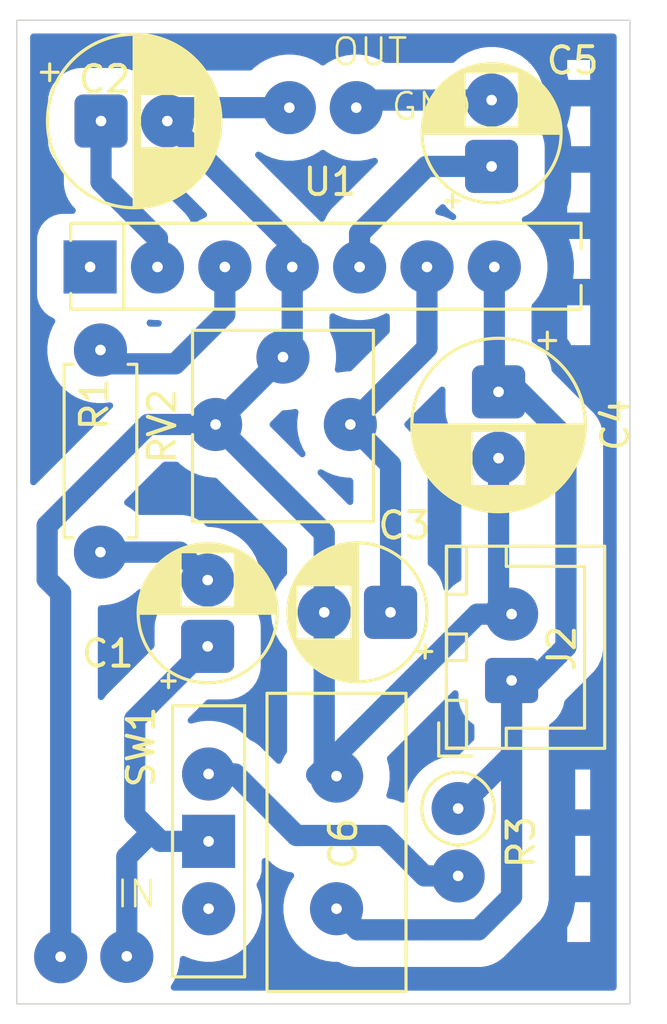
<source format=kicad_pcb>
(kicad_pcb (version 20241229) (generator "pcbnew") (generator_version "9.0")
  (layers (0 "F.Cu" signal) (2 "B.Cu" signal) (13 "F.Paste" user) (15 "B.Paste" user) (5 "F.SilkS" user "F.Silkscreen") (7 "B.SilkS" user "B.Silkscreen") (1 "F.Mask" user) (3 "B.Mask" user) (25 "Edge.Cuts" user))
  (net 0 "")
  (net 1 "Net-(C1-Pad2)")
  (net 2 "GND")
  (net 3 "Net-(U1-IN-)")
  (net 4 "Net-(U1-DETOUT)")
  (net 5 "VCC 4～14v")
  (net 6 "Net-(U1-OUT)")
  (net 7 "Net-(C5-Pad2)")
  (net 8 "Net-(U1-IN)")
  (net 9 "Net-(SW1-B)")
  (net 11 "Net-(SW1-A)")
  (footprint "Capacitor_THT:CP_Radial_D5.0mm_P2.50mm" (layer "F.Cu") (at 151.338816 88.121736 90)
    (property "Reference" "C1" (at -0.270264 -3.764816 180) (layer "F.SilkS"))
    (property "Value" "BP25v4.7u")
    (pad "1" thru_hole roundrect (at 0 0 90) (size 2 2) (drill 0.4) (layers "*.Cu" "*.Mask") (roundrect_rratio 0.15625) (net 11 "Net-(SW1-A)"))
    (pad "2" thru_hole circle (at 2.5 0 90) (size 2 2) (drill 0.4) (layers "*.Cu" "*.Mask") (net 1 "Net-(C1-Pad2)"))
  )
  (footprint "Potentiometer_THT:Potentiometer_Vishay_T73YP_Vertical" (layer "F.Cu") (at 156.718 79.756 90)
    (property "Reference" "RV2" (at -0.06 -7.09 90) (layer "F.SilkS"))
    (property "Value" "1M")
    (pad "1" thru_hole circle (at 0 0 90) (size 2 2) (drill 0.4) (layers "*.Cu" "*.Mask") (net 4 "Net-(U1-DETOUT)"))
    (pad "2" thru_hole circle (at 2.54 -2.54 90) (size 2 2) (drill 0.4) (layers "*.Cu" "*.Mask") (net 2 "GND"))
    (pad "3" thru_hole circle (at 0 -5.08 90) (size 2 2) (drill 0.4) (layers "*.Cu" "*.Mask") (net 2 "GND"))
  )
  (footprint "Capacitor_THT:C_Disc_D11.0mm_W5.0mm_P5.00mm" (layer "F.Cu") (at 156.196591 93.011027 -90)
    (property "Reference" "C6" (at 2.54 -0.254 90) (layer "F.SilkS"))
    (property "Value" "0.1u")
    (pad "1" thru_hole circle (at 0 0 270) (size 2 2) (drill 0.4) (layers "*.Cu" "*.Mask") (net 2 "GND"))
    (pad "2" thru_hole circle (at 5 0 270) (size 2 2) (drill 0.4) (layers "*.Cu" "*.Mask") (net 5 "VCC 4～14v"))
  )
  (footprint "Connector_JST:JST_XH_B2B-XH-A_1x02_P2.50mm_Vertical" (layer "F.Cu") (at 162.797736 89.405516 90)
    (property "Reference" "J2" (at 1.205577 1.890346 90) (layer "F.SilkS"))
    (property "Value" "Conn_01x02_Pin" (hide yes))
    (pad "1" thru_hole roundrect (at 0 0 90) (size 1.7 2) (drill 0.4) (layers "*.Cu" "*.Mask") (roundrect_rratio 0.147059) (net 5 "VCC 4～14v"))
    (pad "2" thru_hole oval (at 2.5 0 90) (size 2 2) (drill 0.4) (layers "*.Cu" "*.Mask") (net 2 "GND"))
  )
  (footprint "Capacitor_THT:CP_Radial_D6.3mm_P2.50mm" (layer "F.Cu") (at 147.318594 68.317314)
    (property "Reference" "C2" (at 0.135676 -1.570055 0) (layer "F.SilkS"))
    (property "Value" "25v47u")
    (pad "1" thru_hole roundrect (at 0 0) (size 2 2) (drill 0.4) (layers "*.Cu" "*.Mask") (roundrect_rratio 0.15625) (net 3 "Net-(U1-IN-)"))
    (pad "2" thru_hole circle (at 2.5 0) (size 2 2) (drill 0.4) (layers "*.Cu" "*.Mask") (net 2 "GND"))
  )
  (footprint "Button_Switch_THT:SW_Slide-03_Wuerth-WS-SLTV_10x2.5x6.4_P2.54mm" (layer "F.Cu") (at 151.373796 95.471027 -90)
    (property "Reference" "SW1" (at -3.556 2.54 90) (layer "F.SilkS"))
    (property "Value" "SW_SPST")
    (pad "1" thru_hole rect (at 0 0 270) (size 2 2) (drill 0.4) (layers "*.Cu" "*.Mask") (net 11 "Net-(SW1-A)"))
    (pad "2" thru_hole circle (at -2.54 0 270) (size 2 2) (drill 0.4) (layers "*.Cu" "*.Mask") (net 9 "Net-(SW1-B)"))
    (pad "3" thru_hole circle (at 2.54 0 270) (size 2 2) (drill 0.4) (layers "*.Cu" "*.Mask"))
  )
  (footprint "Capacitor_THT:CP_Radial_D5.0mm_P2.50mm" (layer "F.Cu") (at 158.233187 86.837957 180)
    (property "Reference" "C3" (at -0.516813 3.271957 0) (layer "F.SilkS"))
    (property "Value" "25v10u")
    (pad "1" thru_hole roundrect (at 0 0 180) (size 2 2) (drill 0.4) (layers "*.Cu" "*.Mask") (roundrect_rratio 0.15625) (net 4 "Net-(U1-DETOUT)"))
    (pad "2" thru_hole circle (at 2.5 0 180) (size 2 2) (drill 0.4) (layers "*.Cu" "*.Mask") (net 2 "GND"))
  )
  (footprint "Capacitor_THT:CP_Radial_D6.3mm_P2.50mm" (layer "F.Cu") (at 162.306 78.526 -90)
    (property "Reference" "C4" (at 1.25 -4.4 90) (layer "F.SilkS"))
    (property "Value" "25v47u")
    (pad "1" thru_hole roundrect (at 0 0 270) (size 2 2) (drill 0.4) (layers "*.Cu" "*.Mask") (roundrect_rratio 0.15625) (net 5 "VCC 4～14v"))
    (pad "2" thru_hole circle (at 2.5 0 270) (size 2 2) (drill 0.4) (layers "*.Cu" "*.Mask") (net 2 "GND"))
  )
  (footprint "Capacitor_THT:CP_Radial_D5.0mm_P2.50mm" (layer "F.Cu") (at 162.04382 70.027138 90)
    (property "Reference" "C5" (at 3.987138 3.05618 180) (layer "F.SilkS"))
    (property "Value" "25v10u")
    (pad "1" thru_hole roundrect (at 0 0 90) (size 2 2) (drill 0.4) (layers "*.Cu" "*.Mask") (roundrect_rratio 0.15625) (net 6 "Net-(U1-OUT)"))
    (pad "2" thru_hole circle (at 2.5 0 90) (size 2 2) (drill 0.4) (layers "*.Cu" "*.Mask") (net 7 "Net-(C5-Pad2)"))
  )
  (footprint "Resistor_THT:R_Axial_DIN0207_L6.3mm_D2.5mm_P7.62mm_Horizontal" (layer "F.Cu") (at 147.297288 76.9481 -90)
    (property "Reference" "R1" (at 2.0459 0.231288 270) (layer "F.SilkS"))
    (property "Value" "2.2k")
    (pad "1" thru_hole circle (at 0 0 270) (size 2 2) (drill 0.4) (layers "*.Cu" "*.Mask") (net 8 "Net-(U1-IN)"))
    (pad "2" thru_hole circle (at 7.62 0 270) (size 2 2) (drill 0.4) (layers "*.Cu" "*.Mask") (net 1 "Net-(C1-Pad2)"))
  )
  (footprint "@MyLibrary:SIP-7_19x3mm_P2.54mm" (layer "F.Cu") (at 146.907113 73.818)
    (property "Reference" "U1" (at 9.048887 -3.206 0) (layer "F.SilkS"))
    (property "Value" "SA2011")
    (pad "1" thru_hole rect (at 0 0 90) (size 2 2) (drill 0.4) (layers "*.Cu" "*.Mask"))
    (pad "2" thru_hole circle (at 2.54 0 90) (size 2 2) (drill 0.4) (layers "*.Cu" "*.Mask") (net 3 "Net-(U1-IN-)"))
    (pad "3" thru_hole circle (at 5.08 0 90) (size 2 2) (drill 0.4) (layers "*.Cu" "*.Mask") (net 8 "Net-(U1-IN)"))
    (pad "4" thru_hole circle (at 7.62 0 90) (size 2 2) (drill 0.4) (layers "*.Cu" "*.Mask") (net 2 "GND"))
    (pad "5" thru_hole circle (at 10.16 0 90) (size 2 2) (drill 0.4) (layers "*.Cu" "*.Mask") (net 6 "Net-(U1-OUT)"))
    (pad "6" thru_hole circle (at 12.7 0 90) (size 2 2) (drill 0.4) (layers "*.Cu" "*.Mask") (net 4 "Net-(U1-DETOUT)"))
    (pad "7" thru_hole circle (at 15.24 0 90) (size 2 2) (drill 0.4) (layers "*.Cu" "*.Mask") (net 5 "VCC 4～14v"))
  )
  (footprint "Resistor_THT:R_Axial_DIN0207_L6.3mm_D2.5mm_P2.54mm_Vertical" (layer "F.Cu") (at 160.782 94.234 -90)
    (property "Reference" "R3" (at 1.27 -2.37 270) (layer "F.SilkS"))
    (property "Value" "4.7k")
    (pad "1" thru_hole circle (at 0 0 270) (size 2 2) (drill 0.4) (layers "*.Cu" "*.Mask") (net 5 "VCC 4～14v"))
    (pad "2" thru_hole circle (at 2.54 0 270) (size 2 2) (drill 0.4) (layers "*.Cu" "*.Mask") (net 9 "Net-(SW1-B)"))
  )
  (gr_rect (start 144.145 64.516) (end 167.259 101.6) (stroke (width 0.05)) (fill no) (layer "Edge.Cuts"))
  (gr_text "IN" (at 147.828 98.044 0) (layer "F.SilkS") (effects (font (size 1 1) (thickness 0.1)) (justify left bottom)))
  (gr_text "OUT" (at 155.956 66.294 0) (layer "F.SilkS") (effects (font (size 1 1) (thickness 0.1)) (justify left bottom)))
  (gr_text "GND" (at 158.195747 68.354218 0) (layer "F.SilkS") (effects (font (size 1 1) (thickness 0.1)) (justify left bottom)))
  (segment (start 147.297288 84.5681) (end 150.28518 84.5681) (width 0.8) (layer "B.Cu") (net 1))
  (segment (start 150.28518 84.5681) (end 151.338816 85.621736) (width 0.8) (layer "B.Cu") (net 1))
  (via (at 154.417073 67.812603) (size 2) (drill 0.4) (layers "F.Cu" "B.Cu") (net 2))
  (via (at 145.796 99.822) (size 2) (drill 0.4) (layers "F.Cu" "B.Cu") (net 2))
  (segment (start 154.178 77.216) (end 151.638 79.756) (width 0.8) (layer "B.Cu") (net 2))
  (segment (start 155.733187 83.851187) (end 155.733187 86.837957) (width 0.8) (layer "B.Cu") (net 2))
  (segment (start 162.306 81.026) (end 162.306 86.41378) (width 0.8) (layer "B.Cu") (net 2))
  (segment (start 145.288 83.566) (end 145.288 85.598) (width 0.8) (layer "B.Cu") (net 2))
  (segment (start 151.638 79.756) (end 149.098 79.756) (width 0.8) (layer "B.Cu") (net 2))
  (segment (start 154.527113 73.025833) (end 149.818594 68.317314) (width 0.8) (layer "B.Cu") (net 2))
  (segment (start 154.417073 67.812603) (end 150.323305 67.812603) (width 0.8) (layer "B.Cu") (net 2))
  (segment (start 145.796 99.822) (end 145.645 99.671) (width 0.8) (layer "B.Cu") (net 2))
  (segment (start 155.733187 86.837957) (end 155.733187 92.678813) (width 0.8) (layer "B.Cu") (net 2))
  (segment (start 155.733187 92.678813) (end 155.448 92.964) (width 0.8) (layer "B.Cu") (net 2))
  (segment (start 154.527113 73.818) (end 154.527113 76.866887) (width 0.8) (layer "B.Cu") (net 2))
  (segment (start 149.098 79.756) (end 145.288 83.566) (width 0.8) (layer "B.Cu") (net 2))
  (segment (start 150.323305 67.812603) (end 149.818594 68.317314) (width 0.8) (layer "B.Cu") (net 2))
  (segment (start 145.796 86.106) (end 145.796 99.822) (width 0.8) (layer "B.Cu") (net 2))
  (segment (start 154.527113 76.866887) (end 154.178 77.216) (width 0.8) (layer "B.Cu") (net 2))
  (segment (start 154.527113 73.818) (end 154.527113 73.025833) (width 0.8) (layer "B.Cu") (net 2))
  (segment (start 145.288 85.598) (end 145.796 86.106) (width 0.8) (layer "B.Cu") (net 2))
  (segment (start 151.638 79.756) (end 155.733187 83.851187) (width 0.8) (layer "B.Cu") (net 2))
  (segment (start 161.506484 86.905516) (end 155.448 92.964) (width 0.8) (layer "B.Cu") (net 2))
  (segment (start 162.797736 86.905516) (end 161.506484 86.905516) (width 0.8) (layer "B.Cu") (net 2))
  (segment (start 162.306 86.41378) (end 162.797736 86.905516) (width 0.8) (layer "B.Cu") (net 2))
  (segment (start 147.318594 70.610594) (end 147.318594 68.317314) (width 0.8) (layer "B.Cu") (net 3))
  (segment (start 149.447113 73.818) (end 149.447113 72.739113) (width 0.8) (layer "B.Cu") (net 3))
  (segment (start 149.447113 72.739113) (end 147.318594 70.610594) (width 0.8) (layer "B.Cu") (net 3))
  (segment (start 159.607113 73.818) (end 159.607113 76.866887) (width 0.8) (layer "B.Cu") (net 4))
  (segment (start 156.718 79.756) (end 158.233187 81.271187) (width 0.8) (layer "B.Cu") (net 4))
  (segment (start 159.607113 76.866887) (end 156.718 79.756) (width 0.8) (layer "B.Cu") (net 4))
  (segment (start 158.233187 81.271187) (end 158.233187 86.837957) (width 0.8) (layer "B.Cu") (net 4))
  (segment (start 163.108 78.526) (end 164.846 80.264) (width 0.8) (layer "B.Cu") (net 5))
  (segment (start 162.797736 89.405516) (end 162.797736 92.218264) (width 0.8) (layer "B.Cu") (net 5))
  (segment (start 161.544 98.806) (end 162.797736 97.552264) (width 0.8) (layer "B.Cu") (net 5))
  (segment (start 156.991564 98.806) (end 161.544 98.806) (width 0.8) (layer "B.Cu") (net 5))
  (segment (start 164.846 88.138) (end 163.578484 89.405516) (width 0.8) (layer "B.Cu") (net 5))
  (segment (start 162.147113 78.367113) (end 162.306 78.526) (width 0.8) (layer "B.Cu") (net 5))
  (segment (start 164.846 80.264) (end 164.846 88.138) (width 0.8) (layer "B.Cu") (net 5))
  (segment (start 162.147113 73.818) (end 162.147113 78.367113) (width 0.8) (layer "B.Cu") (net 5))
  (segment (start 162.797736 97.552264) (end 162.797736 92.218264) (width 0.8) (layer "B.Cu") (net 5))
  (segment (start 156.196591 98.011027) (end 156.991564 98.806) (width 0.8) (layer "B.Cu") (net 5))
  (segment (start 162.797736 92.218264) (end 160.782 94.234) (width 0.8) (layer "B.Cu") (net 5))
  (segment (start 163.578484 89.405516) (end 162.797736 89.405516) (width 0.8) (layer "B.Cu") (net 5))
  (segment (start 162.306 78.526) (end 163.108 78.526) (width 0.8) (layer "B.Cu") (net 5))
  (segment (start 159.588862 70.027138) (end 162.04382 70.027138) (width 0.8) (layer "B.Cu") (net 6))
  (segment (start 157.067113 73.818) (end 157.067113 72.548887) (width 0.8) (layer "B.Cu") (net 6))
  (segment (start 157.067113 72.548887) (end 159.588862 70.027138) (width 0.8) (layer "B.Cu") (net 6))
  (via (at 156.940629 67.812603) (size 2) (drill 0.4) (layers "F.Cu" "B.Cu") (net 7))
  (segment (start 157.226094 67.527138) (end 156.940629 67.812603) (width 0.8) (layer "B.Cu") (net 7))
  (segment (start 162.04382 67.527138) (end 157.226094 67.527138) (width 0.8) (layer "B.Cu") (net 7))
  (segment (start 150.114 77.47) (end 147.574 77.47) (width 0.8) (layer "B.Cu") (net 8))
  (segment (start 151.987113 73.818) (end 151.987113 75.596887) (width 0.8) (layer "B.Cu") (net 8))
  (segment (start 151.987113 75.596887) (end 150.114 77.47) (width 0.8) (layer "B.Cu") (net 8))
  (segment (start 160.782 96.774) (end 159.512 96.774) (width 0.8) (layer "B.Cu") (net 9))
  (segment (start 151.373796 92.931027) (end 152.367027 92.931027) (width 0.8) (layer "B.Cu") (net 9))
  (segment (start 157.988 95.25) (end 159.512 96.774) (width 0.8) (layer "B.Cu") (net 9))
  (segment (start 152.367027 92.931027) (end 154.686 95.25) (width 0.8) (layer "B.Cu") (net 9))
  (segment (start 154.686 95.25) (end 157.988 95.25) (width 0.8) (layer "B.Cu") (net 9))
  (via (at 148.28945 99.805555) (size 2) (drill 0.4) (layers "F.Cu" "B.Cu") (net 11))
  (segment (start 151.338816 88.121736) (end 148.59 90.870552) (width 0.8) (layer "B.Cu") (net 11))
  (segment (start 148.59 94.488) (end 149.225 95.123) (width 0.8) (layer "B.Cu") (net 11))
  (segment (start 148.28945 96.05855) (end 149.225 95.123) (width 0.8) (layer "B.Cu") (net 11))
  (segment (start 148.28945 99.805555) (end 148.28945 96.05855) (width 0.8) (layer "B.Cu") (net 11))
  (segment (start 149.573027 95.471027) (end 151.373796 95.471027) (width 0.8) (layer "B.Cu") (net 11))
  (segment (start 150.622 95.504) (end 150.876 95.504) (width 0.8) (layer "B.Cu") (net 11))
  (segment (start 149.225 95.123) (end 149.573027 95.471027) (width 0.8) (layer "B.Cu") (net 11))
  (segment (start 148.59 90.870552) (end 148.59 94.488) (width 0.8) (layer "B.Cu") (net 11))
  (zone (net 0) (net_name "") (layer "B.Cu") (connect_pads (clearance 1)) (min_thickness 0.25) (fill yes (mode hatch) (thermal_gap 0.5) (thermal_bridge_width 0.5) (island_removal_mode 1) (island_area_min 10) (hatch_thickness 1) (hatch_gap 1.5) (hatch_orientation 0) (hatch_border_algorithm hatch_thickness) (hatch_min_hole_area 0.3))
    (polygon (pts (xy 143.764 63.754) (xy 168.402 64.008) (xy 168.656 102.362) (xy 143.51 102.108)))
  )
)
</source>
